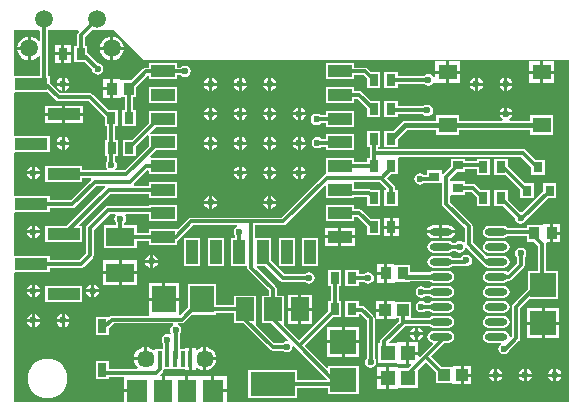
<source format=gtl>
G04 Layer_Physical_Order=1*
G04 Layer_Color=25308*
%FSLAX25Y25*%
%MOIN*%
G70*
G01*
G75*
%ADD10R,0.03150X0.03937*%
%ADD11R,0.06102X0.05118*%
%ADD12R,0.04134X0.03937*%
%ADD13R,0.07874X0.08661*%
%ADD14R,0.02756X0.04724*%
%ADD15R,0.01575X0.05315*%
%ADD16R,0.05906X0.07480*%
%ADD17R,0.09500X0.06300*%
%ADD18R,0.03740X0.04134*%
%ADD19R,0.05906X0.07874*%
%ADD20R,0.14961X0.07874*%
%ADD21R,0.08661X0.07874*%
%ADD22R,0.05118X0.05118*%
%ADD23O,0.07480X0.02362*%
%ADD24R,0.03150X0.03543*%
%ADD25R,0.03543X0.03150*%
%ADD26R,0.10827X0.03937*%
%ADD27R,0.07874X0.03937*%
%ADD28R,0.03937X0.07874*%
%ADD29C,0.01201*%
%ADD30C,0.01200*%
%ADD31C,0.01500*%
%ADD32C,0.02362*%
%ADD33C,0.05906*%
%ADD34C,0.05709*%
%ADD35R,0.07087X0.07480*%
G36*
X143701Y214567D02*
X285433D01*
Y100394D01*
X171276D01*
Y103776D01*
X166732D01*
Y104276D01*
X166232D01*
Y109016D01*
X162189D01*
Y109016D01*
X162024D01*
Y109016D01*
X158571D01*
Y104276D01*
X157571D01*
Y109016D01*
X150697D01*
Y104276D01*
X149697D01*
Y109016D01*
X149196D01*
X148989Y109516D01*
X149953Y110480D01*
X150241Y110910D01*
X150342Y111417D01*
Y111548D01*
X157465D01*
Y111248D01*
X158752D01*
Y114906D01*
Y118563D01*
X157465D01*
Y118263D01*
X155682D01*
Y123050D01*
X155687Y123053D01*
X156103Y123676D01*
X156249Y124409D01*
X156103Y125143D01*
X155687Y125766D01*
X155146Y126127D01*
X155178Y126491D01*
X155229Y126627D01*
X156299D01*
X156806Y126728D01*
X157237Y127015D01*
X159836Y129615D01*
X167629D01*
Y129974D01*
X173906D01*
Y126662D01*
X176975D01*
X185677Y117960D01*
X186107Y117673D01*
X186614Y117572D01*
X189962D01*
X189982Y117541D01*
X190605Y117126D01*
X191339Y116980D01*
X192073Y117126D01*
X192695Y117541D01*
X193111Y118164D01*
X193256Y118898D01*
X193250Y118932D01*
X193710Y119178D01*
X194338Y118551D01*
X204605Y108284D01*
X204414Y107822D01*
X194794D01*
Y111133D01*
X178434D01*
Y101859D01*
X194794D01*
Y105170D01*
X205205D01*
Y103237D01*
X215267D01*
Y112511D01*
X205205D01*
Y112087D01*
X204744Y111895D01*
X197598Y119041D01*
Y119541D01*
X206687Y128631D01*
X209558D01*
Y133968D01*
X208609D01*
Y139064D01*
X209558D01*
Y144401D01*
X205009D01*
Y139064D01*
X205958D01*
Y133968D01*
X205009D01*
Y130703D01*
X195473Y121166D01*
X190427Y126212D01*
X190267Y126662D01*
X190267D01*
X190267Y126662D01*
Y135936D01*
X187940D01*
Y138189D01*
X187839Y138696D01*
X187552Y139127D01*
X181384Y145295D01*
X181575Y145757D01*
X184259D01*
X189220Y140795D01*
X189650Y140508D01*
X190157Y140407D01*
X197442D01*
X197463Y140376D01*
X198085Y139960D01*
X198819Y139814D01*
X199553Y139960D01*
X200175Y140376D01*
X200591Y140998D01*
X200737Y141732D01*
X200591Y142466D01*
X200175Y143088D01*
X199553Y143504D01*
X198819Y143650D01*
X198085Y143504D01*
X197463Y143088D01*
X197442Y143058D01*
X190707D01*
X188393Y145372D01*
X188574Y145588D01*
X188646Y145675D01*
X188676Y145710D01*
X188694Y145732D01*
X188699Y145738D01*
X189065Y145757D01*
X189152Y145757D01*
X189168D01*
X189168D01*
X194007D01*
Y155031D01*
X188670D01*
Y146255D01*
Y146255D01*
Y146238D01*
X188670Y146151D01*
X188652Y145786D01*
X188645Y145780D01*
X188624Y145763D01*
X188588Y145733D01*
X188502Y145660D01*
X188285Y145479D01*
X186133Y147631D01*
Y155031D01*
X180853D01*
Y159304D01*
X190157D01*
X190665Y159405D01*
X191095Y159692D01*
X203956Y172554D01*
X204418Y172362D01*
Y168591D01*
X213692D01*
Y168753D01*
X218001D01*
Y165835D01*
X222550D01*
Y171172D01*
X219405D01*
X219208Y171304D01*
X218701Y171405D01*
X213692D01*
Y173871D01*
X222286D01*
X224484Y171672D01*
X224277Y171172D01*
X223906D01*
Y165835D01*
X228456D01*
Y171172D01*
X227507D01*
Y171850D01*
X227406Y172358D01*
X227119Y172788D01*
X224808Y175098D01*
X226175Y176465D01*
X228456D01*
Y181802D01*
X228817Y182139D01*
X269530D01*
X272922Y178746D01*
Y176268D01*
X277472D01*
Y181212D01*
X274207D01*
X271016Y184402D01*
X270586Y184689D01*
X270079Y184790D01*
X221602D01*
Y185422D01*
X222550D01*
Y190759D01*
X218001D01*
Y185422D01*
X218950D01*
Y183465D01*
X218989Y183268D01*
X218950Y183071D01*
Y181802D01*
X218001D01*
Y180460D01*
X213692D01*
Y181802D01*
X204418D01*
Y176465D01*
X204418Y176465D01*
X204418D01*
X204312Y176442D01*
X204217Y176422D01*
X203997Y176275D01*
X203997Y176275D01*
X203989Y176270D01*
X203787Y176134D01*
X189608Y161956D01*
X159449D01*
X158941Y161855D01*
X158511Y161567D01*
X155103Y158159D01*
X154637Y158180D01*
Y158180D01*
X154637Y158180D01*
X145363D01*
Y156838D01*
X141277D01*
Y159362D01*
X137153D01*
Y160139D01*
X137183Y160160D01*
X137599Y160782D01*
X137745Y161516D01*
X137599Y162250D01*
X137336Y162643D01*
X137603Y163143D01*
X145363D01*
Y160717D01*
X154637D01*
Y166054D01*
X145363D01*
Y165794D01*
X131791D01*
X131284Y165693D01*
X130854Y165406D01*
X124751Y159304D01*
X124464Y158873D01*
X124363Y158366D01*
Y149860D01*
X122128Y147625D01*
X112314D01*
Y148968D01*
X100394D01*
Y163277D01*
X100747Y163631D01*
X112314D01*
Y164973D01*
X119843D01*
X120350Y165074D01*
X120780Y165362D01*
X127911Y172493D01*
X130639D01*
X130846Y171993D01*
X117821Y158968D01*
X110914D01*
Y153631D01*
X123141D01*
Y158968D01*
X122224D01*
X122033Y159430D01*
X132537Y169934D01*
X145363D01*
Y168591D01*
X154637D01*
Y173928D01*
X145363D01*
Y172586D01*
X140522D01*
X140315Y173086D01*
X144863Y177634D01*
X145363Y177427D01*
Y176465D01*
X154637D01*
Y181802D01*
X145999D01*
X145792Y182302D01*
X147829Y184339D01*
X154637D01*
Y189676D01*
X145900D01*
X145693Y190176D01*
X147730Y192213D01*
X154637D01*
Y197550D01*
X145363D01*
Y193596D01*
X139671Y187905D01*
X136603D01*
Y182568D01*
X141153D01*
Y185636D01*
X144863Y189346D01*
X145363Y189139D01*
Y185624D01*
X137364Y177625D01*
X134313D01*
X134161Y178125D01*
X134230Y178171D01*
X134646Y178794D01*
X134792Y179527D01*
X134646Y180261D01*
X134230Y180884D01*
X134200Y180904D01*
Y182568D01*
X135247D01*
Y187905D01*
X134200D01*
Y192312D01*
X135149D01*
Y197649D01*
X132081D01*
X126823Y202906D01*
X126393Y203193D01*
X125886Y203294D01*
X115903D01*
X112314Y206884D01*
Y208968D01*
X111759D01*
Y224409D01*
X121880D01*
X122072Y223948D01*
X121700Y223576D01*
X121413Y223146D01*
X121312Y222639D01*
Y219204D01*
X120363D01*
Y213867D01*
X124022D01*
X126436Y211453D01*
X126428Y211417D01*
X126575Y210683D01*
X126990Y210061D01*
X127612Y209645D01*
X128347Y209499D01*
X129080Y209645D01*
X129703Y210061D01*
X130118Y210683D01*
X130264Y211417D01*
X130118Y212151D01*
X129703Y212773D01*
X129080Y213189D01*
X128347Y213335D01*
X128311Y213328D01*
X124913Y216726D01*
Y219204D01*
X123964D01*
Y222089D01*
X126284Y224410D01*
X133858D01*
X143701Y214567D01*
D02*
G37*
G36*
X114417Y201031D02*
X114847Y200744D01*
X115354Y200643D01*
X125337D01*
X130599Y195380D01*
Y192312D01*
X131548D01*
Y187905D01*
X130698D01*
Y182568D01*
X131548D01*
Y180904D01*
X131518Y180884D01*
X131102Y180261D01*
X130956Y179527D01*
X131102Y178794D01*
X131518Y178171D01*
X131587Y178125D01*
X131435Y177625D01*
X123141D01*
Y178968D01*
X110914D01*
Y173631D01*
X123141D01*
Y174973D01*
X125935D01*
X126142Y174473D01*
X119293Y167625D01*
X112314D01*
Y168968D01*
X100394D01*
Y183277D01*
X100747Y183631D01*
X112314D01*
Y188968D01*
X100394D01*
X100394Y203277D01*
X100747Y203631D01*
X111817D01*
X114417Y201031D01*
D02*
G37*
G36*
X134317Y162643D02*
X134055Y162250D01*
X133909Y161516D01*
X134055Y160782D01*
X134470Y160160D01*
X134501Y160139D01*
Y159362D01*
X130377D01*
Y151662D01*
X141277D01*
Y154186D01*
X145363D01*
Y152843D01*
X154637D01*
Y154247D01*
X154838Y154287D01*
X155268Y154574D01*
X159998Y159304D01*
X174692D01*
X174741Y159172D01*
X174775Y158804D01*
X174234Y158443D01*
X173819Y157821D01*
X173673Y157087D01*
X173819Y156353D01*
X174234Y155730D01*
X174265Y155710D01*
Y155031D01*
X172922D01*
Y145757D01*
X178202D01*
Y145276D01*
X178303Y144768D01*
X178590Y144338D01*
X185288Y137640D01*
Y135936D01*
X182961D01*
Y126662D01*
X186226D01*
X191619Y121270D01*
X191373Y120809D01*
X191339Y120816D01*
X190605Y120670D01*
X189982Y120254D01*
X189962Y120223D01*
X187163D01*
X181190Y126196D01*
X181212Y126662D01*
X181212D01*
X181212Y126662D01*
Y135936D01*
X173906D01*
Y132625D01*
X167629D01*
Y139676D01*
X158355D01*
Y131883D01*
X155831Y129359D01*
X155331Y129473D01*
X155331Y129778D01*
Y134146D01*
X145457D01*
Y129778D01*
X145457Y129315D01*
X144972Y129278D01*
X133071D01*
X132564Y129177D01*
X132409Y129074D01*
X131999Y128850D01*
X131999D01*
X131999Y128850D01*
X131999Y128850D01*
X127843D01*
Y122725D01*
X131999D01*
Y125007D01*
X133620Y126627D01*
X153433D01*
X153483Y126491D01*
X153516Y126127D01*
X152974Y125766D01*
X152559Y125143D01*
X152413Y124409D01*
X152559Y123676D01*
X152812Y123297D01*
X152451Y122937D01*
X152309Y123032D01*
X151575Y123178D01*
X150841Y123032D01*
X150219Y122616D01*
X149803Y121994D01*
X149657Y121260D01*
X149803Y120526D01*
X150219Y119904D01*
X150249Y119883D01*
Y118263D01*
X147528D01*
Y117796D01*
X147214Y117689D01*
X147028Y117664D01*
X146235Y118272D01*
X145298Y118661D01*
X144791Y118727D01*
Y114906D01*
X144291D01*
Y114406D01*
X140470D01*
X140536Y113899D01*
X140925Y112962D01*
X141542Y112157D01*
X141700Y112036D01*
X141539Y111562D01*
X131999D01*
Y114283D01*
X127843D01*
Y108158D01*
X131999D01*
Y108910D01*
X136992D01*
Y104776D01*
X141535D01*
Y103776D01*
X136992D01*
Y100394D01*
X100394D01*
X100394Y143277D01*
X100747Y143631D01*
X112314D01*
Y144973D01*
X122677D01*
X123185Y145074D01*
X123615Y145362D01*
X126627Y148373D01*
X126914Y148804D01*
X127015Y149311D01*
Y157817D01*
X132341Y163143D01*
X134050D01*
X134317Y162643D01*
D02*
G37*
G36*
X109107Y224056D02*
Y220936D01*
X108607Y220766D01*
X108331Y221127D01*
X107505Y221760D01*
X106544Y222158D01*
X106012Y222228D01*
Y218307D01*
Y214386D01*
X106544Y214456D01*
X107505Y214855D01*
X108331Y215488D01*
X108607Y215848D01*
X109107Y215679D01*
Y208968D01*
X100394D01*
Y224409D01*
X108754D01*
X109107Y224056D01*
D02*
G37*
%LPC*%
G36*
X135327Y147756D02*
X130077D01*
Y144106D01*
X135327D01*
Y147756D01*
D02*
G37*
G36*
X145801Y146850D02*
X144176D01*
X144246Y146499D01*
X144728Y145778D01*
X145450Y145296D01*
X145801Y145226D01*
Y146850D01*
D02*
G37*
G36*
X141577Y147756D02*
X136327D01*
Y144106D01*
X141577D01*
Y147756D01*
D02*
G37*
G36*
X227181Y146374D02*
X227145D01*
X227074Y146374D01*
X224811D01*
Y143307D01*
Y140240D01*
X227074D01*
X227145Y140240D01*
X227181D01*
X227557Y140540D01*
X227681Y140540D01*
X232590D01*
Y140726D01*
X238968D01*
X239408Y140433D01*
X240142Y140287D01*
X245260D01*
X245994Y140433D01*
X246616Y140849D01*
X247032Y141471D01*
X247178Y142205D01*
X247032Y142939D01*
X246616Y143561D01*
X245994Y143977D01*
X245260Y144123D01*
X240142D01*
X239408Y143977D01*
X238968Y143683D01*
X232590D01*
Y146074D01*
X227681D01*
X227557Y146074D01*
X227181Y146374D01*
D02*
G37*
G36*
X269291Y151918D02*
X268557Y151772D01*
X267935Y151356D01*
X267519Y150734D01*
X267373Y150000D01*
X267519Y149266D01*
X267935Y148644D01*
X267966Y148623D01*
Y146612D01*
X264997Y143643D01*
X264498Y143977D01*
X263764Y144123D01*
X258646D01*
X257912Y143977D01*
X257290Y143561D01*
X256874Y142939D01*
X256728Y142205D01*
X256874Y141471D01*
X257290Y140849D01*
X257912Y140433D01*
X258646Y140287D01*
X263764D01*
X264498Y140433D01*
X265120Y140849D01*
X265141Y140879D01*
X265433D01*
X265940Y140980D01*
X266370Y141268D01*
X270229Y145126D01*
X270516Y145556D01*
X270617Y146063D01*
Y148623D01*
X270648Y148644D01*
X271063Y149266D01*
X271209Y150000D01*
X271063Y150734D01*
X270648Y151356D01*
X270025Y151772D01*
X269291Y151918D01*
D02*
G37*
G36*
X223811Y146374D02*
X221441D01*
Y143807D01*
X223811D01*
Y146374D01*
D02*
G37*
G36*
X148425Y146850D02*
X146801D01*
Y145226D01*
X147152Y145296D01*
X147873Y145778D01*
X148355Y146499D01*
X148425Y146850D01*
D02*
G37*
G36*
X145801Y149475D02*
X145450Y149405D01*
X144728Y148923D01*
X144246Y148201D01*
X144176Y147850D01*
X145801D01*
Y149475D01*
D02*
G37*
G36*
X146801D02*
Y147850D01*
X148425D01*
X148355Y148201D01*
X147873Y148923D01*
X147152Y149405D01*
X146801Y149475D01*
D02*
G37*
G36*
X251181Y149556D02*
X250447Y149410D01*
X249825Y148994D01*
X249515Y148531D01*
X246636D01*
X246616Y148561D01*
X245994Y148977D01*
X245260Y149123D01*
X240142D01*
X239408Y148977D01*
X238786Y148561D01*
X238370Y147939D01*
X238224Y147205D01*
X238370Y146471D01*
X238786Y145849D01*
X239408Y145433D01*
X240142Y145287D01*
X245260D01*
X245994Y145433D01*
X246616Y145849D01*
X246636Y145879D01*
X250428D01*
X250447Y145866D01*
X251181Y145720D01*
X251915Y145866D01*
X252537Y146282D01*
X252953Y146904D01*
X253099Y147638D01*
X252953Y148372D01*
X252537Y148994D01*
X251915Y149410D01*
X251181Y149556D01*
D02*
G37*
G36*
X162511Y155031D02*
X157174D01*
Y145757D01*
X162511D01*
Y155031D01*
D02*
G37*
G36*
X170385D02*
X165048D01*
Y145757D01*
X170385D01*
Y155031D01*
D02*
G37*
G36*
X201881D02*
X196544D01*
Y145757D01*
X201881D01*
Y155031D01*
D02*
G37*
G36*
X223811Y142807D02*
X221441D01*
Y140240D01*
X223811D01*
Y142807D01*
D02*
G37*
G36*
X126116Y137008D02*
X124491D01*
X124561Y136657D01*
X125043Y135935D01*
X125765Y135453D01*
X126116Y135383D01*
Y137008D01*
D02*
G37*
G36*
X128740D02*
X127116D01*
Y135383D01*
X127467Y135453D01*
X128188Y135935D01*
X128670Y136657D01*
X128740Y137008D01*
D02*
G37*
G36*
X106431Y139632D02*
X106080Y139562D01*
X105358Y139080D01*
X104876Y138359D01*
X104806Y138008D01*
X106431D01*
Y139632D01*
D02*
G37*
G36*
X109055Y137008D02*
X107431D01*
Y135383D01*
X107782Y135453D01*
X108503Y135935D01*
X108985Y136657D01*
X109055Y137008D01*
D02*
G37*
G36*
X155331Y139976D02*
X150894D01*
Y135146D01*
X155331D01*
Y139976D01*
D02*
G37*
G36*
X263764Y139123D02*
X258646D01*
X257912Y138977D01*
X257290Y138561D01*
X256874Y137939D01*
X256728Y137205D01*
X256874Y136471D01*
X257290Y135848D01*
X257912Y135433D01*
X258646Y135287D01*
X263764D01*
X264498Y135433D01*
X265120Y135848D01*
X265536Y136471D01*
X265682Y137205D01*
X265536Y137939D01*
X265120Y138561D01*
X264498Y138977D01*
X263764Y139123D01*
D02*
G37*
G36*
X106431Y137008D02*
X104806D01*
X104876Y136657D01*
X105358Y135935D01*
X106080Y135453D01*
X106431Y135383D01*
Y137008D01*
D02*
G37*
G36*
X135327Y143106D02*
X130077D01*
Y139456D01*
X135327D01*
Y143106D01*
D02*
G37*
G36*
X141577D02*
X136327D01*
Y139456D01*
X141577D01*
Y143106D01*
D02*
G37*
G36*
X215464Y144401D02*
X210914D01*
Y139064D01*
X215464D01*
Y140407D01*
X217127D01*
X217148Y140376D01*
X217770Y139960D01*
X218504Y139814D01*
X219238Y139960D01*
X219860Y140376D01*
X220276Y140998D01*
X220422Y141732D01*
X220276Y142466D01*
X219860Y143088D01*
X219238Y143504D01*
X218504Y143650D01*
X217770Y143504D01*
X217148Y143088D01*
X217127Y143058D01*
X215464D01*
Y144401D01*
D02*
G37*
G36*
X245260Y139123D02*
X240142D01*
X239408Y138977D01*
X238786Y138561D01*
X238765Y138531D01*
X237575D01*
X236954Y138945D01*
X236221Y139091D01*
X235487Y138945D01*
X234864Y138529D01*
X234449Y137907D01*
X234302Y137173D01*
X234449Y136439D01*
X234864Y135817D01*
X235487Y135401D01*
X236221Y135255D01*
X236954Y135401D01*
X237577Y135817D01*
X237618Y135879D01*
X238765D01*
X238786Y135848D01*
X239408Y135433D01*
X240142Y135287D01*
X245260D01*
X245994Y135433D01*
X246616Y135848D01*
X247032Y136471D01*
X247178Y137205D01*
X247032Y137939D01*
X246616Y138561D01*
X245994Y138977D01*
X245260Y139123D01*
D02*
G37*
G36*
X107431Y139632D02*
Y138008D01*
X109055D01*
X108985Y138359D01*
X108503Y139080D01*
X107782Y139562D01*
X107431Y139632D01*
D02*
G37*
G36*
X126116D02*
X125765Y139562D01*
X125043Y139080D01*
X124561Y138359D01*
X124491Y138008D01*
X126116D01*
Y139632D01*
D02*
G37*
G36*
X127116D02*
Y138008D01*
X128740D01*
X128670Y138359D01*
X128188Y139080D01*
X127467Y139562D01*
X127116Y139632D01*
D02*
G37*
G36*
X242201Y159429D02*
X240142D01*
X239291Y159259D01*
X238569Y158777D01*
X238087Y158056D01*
X238017Y157705D01*
X242201D01*
Y159429D01*
D02*
G37*
G36*
X245260D02*
X243201D01*
Y157705D01*
X247384D01*
X247314Y158056D01*
X246832Y158777D01*
X246111Y159259D01*
X245260Y159429D01*
D02*
G37*
G36*
X276756Y159760D02*
X276487Y159460D01*
X271347D01*
Y158530D01*
X265141D01*
X265120Y158561D01*
X264498Y158977D01*
X263764Y159123D01*
X258646D01*
X257912Y158977D01*
X257290Y158561D01*
X256874Y157939D01*
X256728Y157205D01*
X256874Y156471D01*
X257290Y155849D01*
X257912Y155433D01*
X258646Y155287D01*
X263764D01*
X264498Y155433D01*
X265120Y155849D01*
X265141Y155879D01*
X271347D01*
Y153926D01*
X273805D01*
X275130Y152601D01*
Y144007D01*
X271741D01*
Y138182D01*
X266779Y133221D01*
X266492Y132791D01*
X266391Y132283D01*
Y122377D01*
X266153Y122202D01*
X266149Y122202D01*
X265638Y122426D01*
X265536Y122939D01*
X265120Y123561D01*
X264498Y123977D01*
X263764Y124123D01*
X258646D01*
X257912Y123977D01*
X257290Y123561D01*
X256874Y122939D01*
X256728Y122205D01*
X256874Y121471D01*
X257290Y120849D01*
X257912Y120433D01*
X258646Y120287D01*
X262604D01*
X262755Y119787D01*
X262423Y119565D01*
X262008Y118943D01*
X261862Y118209D01*
X262008Y117475D01*
X262423Y116852D01*
X263046Y116437D01*
X263779Y116291D01*
X264513Y116437D01*
X265136Y116852D01*
X265551Y117475D01*
X265586Y117649D01*
X268654Y120716D01*
X268941Y121146D01*
X269042Y121653D01*
Y131734D01*
X272041Y134733D01*
X281802D01*
Y144007D01*
X277781D01*
Y153150D01*
X277764Y153240D01*
X278081Y153626D01*
X279126D01*
Y156693D01*
Y159760D01*
X276756D01*
Y159760D01*
D02*
G37*
G36*
X107431Y159317D02*
Y157693D01*
X109055D01*
X108985Y158044D01*
X108503Y158765D01*
X107782Y159248D01*
X107431Y159317D01*
D02*
G37*
G36*
X282496Y159760D02*
X280126D01*
Y157193D01*
X282496D01*
Y159760D01*
D02*
G37*
G36*
X165486Y169160D02*
X165135Y169090D01*
X164413Y168608D01*
X163931Y167886D01*
X163862Y167535D01*
X165486D01*
Y169160D01*
D02*
G37*
G36*
X106431Y159317D02*
X106080Y159248D01*
X105358Y158765D01*
X104876Y158044D01*
X104806Y157693D01*
X106431D01*
Y159317D01*
D02*
G37*
G36*
X168110Y166535D02*
X166486D01*
Y164911D01*
X166837Y164981D01*
X167558Y165463D01*
X168040Y166184D01*
X168110Y166535D01*
D02*
G37*
G36*
X185171D02*
X183546D01*
X183616Y166184D01*
X184098Y165463D01*
X184820Y164981D01*
X185171Y164911D01*
Y166535D01*
D02*
G37*
G36*
X187795D02*
X186171D01*
Y164911D01*
X186522Y164981D01*
X187243Y165463D01*
X187725Y166184D01*
X187795Y166535D01*
D02*
G37*
G36*
X165486D02*
X163862D01*
X163931Y166184D01*
X164413Y165463D01*
X165135Y164981D01*
X165486Y164911D01*
Y166535D01*
D02*
G37*
G36*
X225681Y161630D02*
X223606D01*
Y159161D01*
X225681D01*
Y161630D01*
D02*
G37*
G36*
X228756D02*
X226681D01*
Y159161D01*
X228756D01*
Y161630D01*
D02*
G37*
G36*
X281212Y173338D02*
X276662D01*
Y170466D01*
X269820Y163624D01*
X269291Y163729D01*
X269255Y163722D01*
X265070Y167907D01*
Y171172D01*
X260521D01*
Y165835D01*
X263392D01*
X267381Y161847D01*
X267373Y161811D01*
X267519Y161077D01*
X267935Y160455D01*
X268557Y160039D01*
X269291Y159893D01*
X270025Y160039D01*
X270648Y160455D01*
X271063Y161077D01*
X271073Y161128D01*
X278340Y168394D01*
X281212D01*
Y173338D01*
D02*
G37*
G36*
X242201Y156705D02*
X238017D01*
X238087Y156354D01*
X238569Y155632D01*
X239291Y155150D01*
X240142Y154981D01*
X242201D01*
Y156705D01*
D02*
G37*
G36*
X247384D02*
X243201D01*
Y154981D01*
X245260D01*
X246111Y155150D01*
X246832Y155632D01*
X247314Y156354D01*
X247384Y156705D01*
D02*
G37*
G36*
X106431Y156693D02*
X104806D01*
X104876Y156342D01*
X105358Y155620D01*
X106080Y155138D01*
X106431Y155069D01*
Y156693D01*
D02*
G37*
G36*
X282496Y156193D02*
X280126D01*
Y153626D01*
X282496D01*
Y156193D01*
D02*
G37*
G36*
X263764Y154123D02*
X258646D01*
X257912Y153977D01*
X257290Y153561D01*
X256874Y152939D01*
X256728Y152205D01*
X256874Y151471D01*
X257290Y150848D01*
X257912Y150433D01*
X258646Y150287D01*
X263764D01*
X264498Y150433D01*
X265120Y150848D01*
X265536Y151471D01*
X265682Y152205D01*
X265536Y152939D01*
X265120Y153561D01*
X264498Y153977D01*
X263764Y154123D01*
D02*
G37*
G36*
X208555Y155012D02*
X204118D01*
Y152543D01*
X208555D01*
Y155012D01*
D02*
G37*
G36*
X213992D02*
X209555D01*
Y152543D01*
X213992D01*
Y155012D01*
D02*
G37*
G36*
X213692Y166054D02*
X204418D01*
Y160717D01*
X213692D01*
Y162060D01*
X215002D01*
X218001Y159061D01*
Y155993D01*
X222550D01*
Y161330D01*
X219482D01*
X216489Y164323D01*
X216059Y164611D01*
X215551Y164712D01*
X213692D01*
Y166054D01*
D02*
G37*
G36*
X208555Y158480D02*
X204118D01*
Y156012D01*
X208555D01*
Y158480D01*
D02*
G37*
G36*
X213992D02*
X209555D01*
Y156012D01*
X213992D01*
Y158480D01*
D02*
G37*
G36*
X228756Y158161D02*
X226681D01*
Y155693D01*
X228756D01*
Y158161D01*
D02*
G37*
G36*
X109055Y156693D02*
X107431D01*
Y155069D01*
X107782Y155138D01*
X108503Y155620D01*
X108985Y156342D01*
X109055Y156693D01*
D02*
G37*
G36*
X166486Y169160D02*
Y167535D01*
X168110D01*
X168040Y167886D01*
X167558Y168608D01*
X166837Y169090D01*
X166486Y169160D01*
D02*
G37*
G36*
X225681Y158161D02*
X223606D01*
Y155693D01*
X225681D01*
Y158161D01*
D02*
G37*
G36*
X167798Y114406D02*
X164476D01*
Y111084D01*
X164982Y111150D01*
X165920Y111539D01*
X166725Y112157D01*
X167343Y112962D01*
X167731Y113899D01*
X167798Y114406D01*
D02*
G37*
G36*
X215464Y133968D02*
X210914D01*
Y128631D01*
X215464D01*
Y129777D01*
X215986D01*
X217965Y127798D01*
Y115157D01*
X217935Y115136D01*
X217519Y114514D01*
X217373Y113780D01*
X217519Y113046D01*
X217935Y112424D01*
X218557Y112008D01*
X219291Y111862D01*
X220025Y112008D01*
X220647Y112424D01*
X221063Y113046D01*
X221209Y113780D01*
X221063Y114514D01*
X220647Y115136D01*
X220616Y115157D01*
Y128347D01*
X220515Y128854D01*
X220228Y129284D01*
X217473Y132040D01*
X217043Y132327D01*
X216535Y132428D01*
X215464D01*
Y133968D01*
D02*
G37*
G36*
X143791Y118727D02*
X143285Y118661D01*
X142348Y118272D01*
X141542Y117654D01*
X140925Y116849D01*
X140536Y115912D01*
X140470Y115405D01*
X143791D01*
Y118727D01*
D02*
G37*
G36*
X281209Y111573D02*
Y109949D01*
X282833D01*
X282763Y110300D01*
X282281Y111021D01*
X281560Y111503D01*
X281209Y111573D01*
D02*
G37*
G36*
X270366D02*
X270015Y111503D01*
X269294Y111021D01*
X268812Y110300D01*
X268742Y109949D01*
X270366D01*
Y111573D01*
D02*
G37*
G36*
X271366D02*
Y109949D01*
X272990D01*
X272921Y110300D01*
X272439Y111021D01*
X271717Y111503D01*
X271366Y111573D01*
D02*
G37*
G36*
X280209D02*
X279858Y111503D01*
X279136Y111021D01*
X278654Y110300D01*
X278584Y109949D01*
X280209D01*
Y111573D01*
D02*
G37*
G36*
X235252Y120291D02*
X232193D01*
Y117232D01*
X235252D01*
Y120291D01*
D02*
G37*
G36*
X163476Y118727D02*
X162970Y118661D01*
X162033Y118272D01*
X161539Y117894D01*
X161039Y118140D01*
Y118563D01*
X159752D01*
Y114906D01*
Y111248D01*
X161039D01*
Y111671D01*
X161539Y111917D01*
X162033Y111539D01*
X162970Y111150D01*
X163476Y111084D01*
Y114906D01*
Y118727D01*
D02*
G37*
G36*
X209736Y125409D02*
X204906D01*
Y120972D01*
X209736D01*
Y125409D01*
D02*
G37*
G36*
X245260Y124123D02*
X240142D01*
X239408Y123977D01*
X238786Y123561D01*
X238370Y122939D01*
X238224Y122205D01*
X238370Y121471D01*
X238786Y120849D01*
X239408Y120433D01*
X239817Y120352D01*
X239981Y119809D01*
X235714Y115542D01*
X235252Y115733D01*
Y116232D01*
X232193D01*
Y113173D01*
X232692D01*
X232884Y112711D01*
X231896Y111724D01*
X228559D01*
Y112024D01*
X225500D01*
Y108465D01*
Y104905D01*
X228559D01*
Y105206D01*
X234952D01*
Y111030D01*
X237697Y113775D01*
X241131Y110341D01*
Y106780D01*
X246236D01*
X246360D01*
X246736Y106480D01*
X246736D01*
X246921D01*
X247040Y106480D01*
X249303D01*
Y109449D01*
Y112417D01*
X247040D01*
X246921Y112417D01*
X246736D01*
X246736D01*
X246360Y112117D01*
X246236D01*
X243104D01*
X239572Y115650D01*
X243638Y119716D01*
X243926Y120146D01*
X243954Y120287D01*
X245260D01*
X245994Y120433D01*
X246616Y120849D01*
X247032Y121471D01*
X247178Y122205D01*
X247032Y122939D01*
X246616Y123561D01*
X245994Y123977D01*
X245260Y124123D01*
D02*
G37*
G36*
X164476Y118727D02*
Y115405D01*
X167798D01*
X167731Y115912D01*
X167343Y116849D01*
X166725Y117654D01*
X165920Y118272D01*
X164982Y118661D01*
X164476Y118727D01*
D02*
G37*
G36*
X209736Y119972D02*
X204906D01*
Y115535D01*
X209736D01*
Y119972D01*
D02*
G37*
G36*
X215567D02*
X210736D01*
Y115535D01*
X215567D01*
Y119972D01*
D02*
G37*
G36*
X260524Y108949D02*
X258899D01*
X258969Y108598D01*
X259451Y107876D01*
X260173Y107394D01*
X260524Y107325D01*
Y108949D01*
D02*
G37*
G36*
X263148D02*
X261524D01*
Y107325D01*
X261875Y107394D01*
X262596Y107876D01*
X263078Y108598D01*
X263148Y108949D01*
D02*
G37*
G36*
X270366D02*
X268742D01*
X268812Y108598D01*
X269294Y107876D01*
X270015Y107394D01*
X270366Y107325D01*
Y108949D01*
D02*
G37*
G36*
X252870Y108949D02*
X250303D01*
Y106480D01*
X252870D01*
Y108949D01*
D02*
G37*
G36*
X111614Y114905D02*
X110319Y114778D01*
X109074Y114400D01*
X107927Y113787D01*
X106921Y112961D01*
X106095Y111955D01*
X105482Y110808D01*
X105104Y109563D01*
X104977Y108268D01*
X105104Y106973D01*
X105482Y105728D01*
X106095Y104580D01*
X106921Y103574D01*
X107927Y102749D01*
X109074Y102136D01*
X110319Y101758D01*
X111614Y101630D01*
X112909Y101758D01*
X114154Y102136D01*
X115302Y102749D01*
X116308Y103574D01*
X117133Y104580D01*
X117746Y105728D01*
X118124Y106973D01*
X118252Y108268D01*
X118124Y109563D01*
X117746Y110808D01*
X117133Y111955D01*
X116308Y112961D01*
X115302Y113787D01*
X114154Y114400D01*
X112909Y114778D01*
X111614Y114905D01*
D02*
G37*
G36*
X171276Y109016D02*
X167232D01*
Y104776D01*
X171276D01*
Y109016D01*
D02*
G37*
G36*
X224500Y107965D02*
X221441D01*
Y104905D01*
X224500D01*
Y107965D01*
D02*
G37*
G36*
X250303Y112417D02*
Y109949D01*
X252870D01*
Y112417D01*
X250303D01*
D02*
G37*
G36*
X260524Y111573D02*
X260173Y111503D01*
X259451Y111021D01*
X258969Y110300D01*
X258899Y109949D01*
X260524D01*
Y111573D01*
D02*
G37*
G36*
X261524D02*
Y109949D01*
X263148D01*
X263078Y110300D01*
X262596Y111021D01*
X261875Y111503D01*
X261524Y111573D01*
D02*
G37*
G36*
X224500Y112024D02*
X221441D01*
Y108965D01*
X224500D01*
Y112024D01*
D02*
G37*
G36*
X272990Y108949D02*
X271366D01*
Y107325D01*
X271717Y107394D01*
X272439Y107876D01*
X272921Y108598D01*
X272990Y108949D01*
D02*
G37*
G36*
X280209D02*
X278584D01*
X278654Y108598D01*
X279136Y107876D01*
X279858Y107394D01*
X280209Y107325D01*
Y108949D01*
D02*
G37*
G36*
X282833D02*
X281209D01*
Y107325D01*
X281560Y107394D01*
X282281Y107876D01*
X282763Y108598D01*
X282833Y108949D01*
D02*
G37*
G36*
X215567Y125409D02*
X210736D01*
Y120972D01*
X215567D01*
Y125409D01*
D02*
G37*
G36*
X107431Y129790D02*
Y128165D01*
X109055D01*
X108985Y128516D01*
X108503Y129238D01*
X107782Y129720D01*
X107431Y129790D01*
D02*
G37*
G36*
X116273D02*
X115922Y129720D01*
X115201Y129238D01*
X114719Y128516D01*
X114649Y128165D01*
X116273D01*
Y129790D01*
D02*
G37*
G36*
X117273D02*
Y128165D01*
X118898D01*
X118828Y128516D01*
X118346Y129238D01*
X117624Y129720D01*
X117273Y129790D01*
D02*
G37*
G36*
X106431D02*
X106080Y129720D01*
X105358Y129238D01*
X104876Y128516D01*
X104806Y128165D01*
X106431D01*
Y129790D01*
D02*
G37*
G36*
X276272Y131709D02*
X271441D01*
Y127272D01*
X276272D01*
Y131709D01*
D02*
G37*
G36*
X282102D02*
X277272D01*
Y127272D01*
X282102D01*
Y131709D01*
D02*
G37*
G36*
X223713Y130602D02*
X221146D01*
Y128134D01*
X223713D01*
Y130602D01*
D02*
G37*
G36*
X199622Y136236D02*
X196169D01*
Y131799D01*
X199622D01*
Y136236D01*
D02*
G37*
G36*
X123141Y138968D02*
X110914D01*
Y133631D01*
X123141D01*
Y138968D01*
D02*
G37*
G36*
X149894Y139976D02*
X145457D01*
Y135146D01*
X149894D01*
Y139976D01*
D02*
G37*
G36*
X195169Y136236D02*
X191717D01*
Y131799D01*
X195169D01*
Y136236D01*
D02*
G37*
G36*
X236221Y134154D02*
X235487Y134008D01*
X234864Y133592D01*
X234449Y132970D01*
X234302Y132236D01*
X234449Y131502D01*
X234864Y130880D01*
X235487Y130464D01*
X236221Y130318D01*
X236954Y130464D01*
X237575Y130879D01*
X238765D01*
X238786Y130849D01*
X239408Y130433D01*
X240142Y130287D01*
X245260D01*
X245994Y130433D01*
X246616Y130849D01*
X247032Y131471D01*
X247178Y132205D01*
X247032Y132939D01*
X246616Y133561D01*
X245994Y133977D01*
X245260Y134123D01*
X240142D01*
X239408Y133977D01*
X238786Y133561D01*
X238765Y133531D01*
X237618D01*
X237577Y133592D01*
X236954Y134008D01*
X236221Y134154D01*
D02*
G37*
G36*
X263764Y134123D02*
X258646D01*
X257912Y133977D01*
X257290Y133561D01*
X256874Y132939D01*
X256728Y132205D01*
X256874Y131471D01*
X257290Y130849D01*
X257912Y130433D01*
X258646Y130287D01*
X263764D01*
X264498Y130433D01*
X265120Y130849D01*
X265536Y131471D01*
X265682Y132205D01*
X265536Y132939D01*
X265120Y133561D01*
X264498Y133977D01*
X263764Y134123D01*
D02*
G37*
G36*
X223713Y134071D02*
X221146D01*
Y131602D01*
X223713D01*
Y134071D01*
D02*
G37*
G36*
X234146Y125353D02*
X233795Y125283D01*
X233073Y124801D01*
X232591Y124079D01*
X232521Y123728D01*
X234146D01*
Y125353D01*
D02*
G37*
G36*
X235146D02*
Y123728D01*
X236770D01*
X236700Y124079D01*
X236218Y124801D01*
X235497Y125283D01*
X235146Y125353D01*
D02*
G37*
G36*
X227279Y134071D02*
X227095D01*
X226975Y134071D01*
X224713D01*
Y131102D01*
Y128134D01*
X226975D01*
X227095Y128134D01*
X227279D01*
X227279D01*
X227655Y128434D01*
X227780D01*
X228793D01*
Y127517D01*
X222882Y121607D01*
X222594Y121177D01*
X222493Y120669D01*
Y119991D01*
X221741D01*
Y113473D01*
X228134D01*
Y113173D01*
X231193D01*
Y116732D01*
Y120291D01*
X228134D01*
Y119991D01*
X225723D01*
X225515Y120491D01*
X230903Y125879D01*
X234230D01*
X234231Y125867D01*
X235060D01*
X235062Y125879D01*
X238765D01*
X238786Y125848D01*
X239408Y125433D01*
X240142Y125287D01*
X245260D01*
X245994Y125433D01*
X246616Y125848D01*
X247032Y126471D01*
X247178Y127205D01*
X247032Y127939D01*
X246616Y128561D01*
X245994Y128977D01*
X245260Y129123D01*
X240142D01*
X239408Y128977D01*
X238786Y128561D01*
X238765Y128530D01*
X232885D01*
Y133771D01*
X227780D01*
X227655D01*
X227279Y134071D01*
X227279D01*
D02*
G37*
G36*
X282102Y126272D02*
X277272D01*
Y121835D01*
X282102D01*
Y126272D01*
D02*
G37*
G36*
X234146Y122728D02*
X232521D01*
X232591Y122377D01*
X233073Y121656D01*
X233795Y121174D01*
X234146Y121104D01*
Y122728D01*
D02*
G37*
G36*
X236770D02*
X235146D01*
Y121104D01*
X235497Y121174D01*
X236218Y121656D01*
X236700Y122377D01*
X236770Y122728D01*
D02*
G37*
G36*
X276272Y126272D02*
X271441D01*
Y121835D01*
X276272D01*
Y126272D01*
D02*
G37*
G36*
X118898Y127165D02*
X117273D01*
Y125541D01*
X117624Y125611D01*
X118346Y126093D01*
X118828Y126814D01*
X118898Y127165D01*
D02*
G37*
G36*
X195169Y130799D02*
X191717D01*
Y126362D01*
X195169D01*
Y130799D01*
D02*
G37*
G36*
X199622D02*
X196169D01*
Y126362D01*
X199622D01*
Y130799D01*
D02*
G37*
G36*
X116273Y127165D02*
X114649D01*
X114719Y126814D01*
X115201Y126093D01*
X115922Y125611D01*
X116273Y125541D01*
Y127165D01*
D02*
G37*
G36*
X263764Y129123D02*
X258646D01*
X257912Y128977D01*
X257290Y128561D01*
X256874Y127939D01*
X256728Y127205D01*
X256874Y126471D01*
X257290Y125848D01*
X257912Y125433D01*
X258646Y125287D01*
X263764D01*
X264498Y125433D01*
X265120Y125848D01*
X265536Y126471D01*
X265682Y127205D01*
X265536Y127939D01*
X265120Y128561D01*
X264498Y128977D01*
X263764Y129123D01*
D02*
G37*
G36*
X106431Y127165D02*
X104806D01*
X104876Y126814D01*
X105358Y126093D01*
X106080Y125611D01*
X106431Y125541D01*
Y127165D01*
D02*
G37*
G36*
X109055D02*
X107431D01*
Y125541D01*
X107782Y125611D01*
X108503Y126093D01*
X108985Y126814D01*
X109055Y127165D01*
D02*
G37*
G36*
X185171Y205906D02*
X183546D01*
X183616Y205555D01*
X184098Y204833D01*
X184820Y204351D01*
X185171Y204281D01*
Y205906D01*
D02*
G37*
G36*
X187795D02*
X186171D01*
Y204281D01*
X186522Y204351D01*
X187243Y204833D01*
X187725Y205555D01*
X187795Y205906D01*
D02*
G37*
G36*
X254068D02*
X252444D01*
X252514Y205555D01*
X252996Y204833D01*
X253717Y204351D01*
X254068Y204281D01*
Y205906D01*
D02*
G37*
G36*
X177953D02*
X176328D01*
Y204281D01*
X176679Y204351D01*
X177401Y204833D01*
X177883Y205555D01*
X177953Y205906D01*
D02*
G37*
G36*
X165486D02*
X163862D01*
X163931Y205555D01*
X164413Y204833D01*
X165135Y204351D01*
X165486Y204281D01*
Y205906D01*
D02*
G37*
G36*
X168110D02*
X166486D01*
Y204281D01*
X166837Y204351D01*
X167558Y204833D01*
X168040Y205555D01*
X168110Y205906D01*
D02*
G37*
G36*
X175328D02*
X173704D01*
X173774Y205555D01*
X174256Y204833D01*
X174977Y204351D01*
X175328Y204281D01*
Y205906D01*
D02*
G37*
G36*
X132472Y207988D02*
X130102D01*
Y205421D01*
X132472D01*
Y207988D01*
D02*
G37*
G36*
X228456Y210542D02*
X223906D01*
Y205205D01*
X228456D01*
Y206548D01*
X237206D01*
X237227Y206518D01*
X237849Y206102D01*
X238583Y205956D01*
X239317Y206102D01*
X239939Y206518D01*
X240355Y207140D01*
X240429Y207515D01*
X240929Y207465D01*
Y206874D01*
X244480D01*
Y209933D01*
X240929D01*
Y208283D01*
X240429Y208233D01*
X240355Y208608D01*
X239939Y209230D01*
X239317Y209646D01*
X238583Y209792D01*
X237849Y209646D01*
X237227Y209230D01*
X237206Y209200D01*
X228456D01*
Y210542D01*
D02*
G37*
G36*
X249031Y209933D02*
X245480D01*
Y206874D01*
X249031D01*
Y209933D01*
D02*
G37*
G36*
X213692Y213299D02*
X204418D01*
Y207962D01*
X213692D01*
Y209304D01*
X216970D01*
X218001Y208274D01*
Y205205D01*
X222550D01*
Y210542D01*
X219482D01*
X218457Y211567D01*
X218027Y211855D01*
X217520Y211956D01*
X213692D01*
Y213299D01*
D02*
G37*
G36*
X256693Y205906D02*
X255068D01*
Y204281D01*
X255420Y204351D01*
X256141Y204833D01*
X256623Y205555D01*
X256693Y205906D01*
D02*
G37*
G36*
X263911D02*
X262287D01*
X262356Y205555D01*
X262839Y204833D01*
X263560Y204351D01*
X263911Y204281D01*
Y205906D01*
D02*
G37*
G36*
X266535D02*
X264911D01*
Y204281D01*
X265262Y204351D01*
X265984Y204833D01*
X266466Y205555D01*
X266535Y205906D01*
D02*
G37*
G36*
X185171Y198687D02*
X184820Y198617D01*
X184098Y198135D01*
X183616Y197414D01*
X183546Y197063D01*
X185171D01*
Y198687D01*
D02*
G37*
G36*
X186171D02*
Y197063D01*
X187795D01*
X187725Y197414D01*
X187243Y198135D01*
X186522Y198617D01*
X186171Y198687D01*
D02*
G37*
G36*
X195013D02*
X194662Y198617D01*
X193941Y198135D01*
X193459Y197414D01*
X193389Y197063D01*
X195013D01*
Y198687D01*
D02*
G37*
G36*
X176328D02*
Y197063D01*
X177953D01*
X177883Y197414D01*
X177401Y198135D01*
X176679Y198617D01*
X176328Y198687D01*
D02*
G37*
G36*
X165486D02*
X165135Y198617D01*
X164413Y198135D01*
X163931Y197414D01*
X163862Y197063D01*
X165486D01*
Y198687D01*
D02*
G37*
G36*
X166486D02*
Y197063D01*
X168110D01*
X168040Y197414D01*
X167558Y198135D01*
X166837Y198617D01*
X166486Y198687D01*
D02*
G37*
G36*
X175328D02*
X174977Y198617D01*
X174256Y198135D01*
X173774Y197414D01*
X173704Y197063D01*
X175328D01*
Y198687D01*
D02*
G37*
G36*
X132472Y204421D02*
X130102D01*
Y201854D01*
X132472D01*
Y204421D01*
D02*
G37*
G36*
X116273Y205906D02*
X114649D01*
X114719Y205555D01*
X115201Y204833D01*
X115922Y204351D01*
X116273Y204281D01*
Y205906D01*
D02*
G37*
G36*
X118898D02*
X117273D01*
Y204281D01*
X117624Y204351D01*
X118346Y204833D01*
X118828Y205555D01*
X118898Y205906D01*
D02*
G37*
G36*
X154637Y205424D02*
X145363D01*
Y200087D01*
X154637D01*
Y205424D01*
D02*
G37*
G36*
X196013Y198687D02*
Y197063D01*
X197638D01*
X197568Y197414D01*
X197086Y198135D01*
X196364Y198617D01*
X196013Y198687D01*
D02*
G37*
G36*
X263911D02*
X263560Y198617D01*
X262839Y198135D01*
X262356Y197414D01*
X262287Y197063D01*
X263911D01*
Y198687D01*
D02*
G37*
G36*
X264911D02*
Y197063D01*
X266535D01*
X266466Y197414D01*
X265984Y198135D01*
X265262Y198617D01*
X264911Y198687D01*
D02*
G37*
G36*
X275780Y209933D02*
X272228D01*
Y206874D01*
X275780D01*
Y209933D01*
D02*
G37*
G36*
X116232Y216035D02*
X114157D01*
Y213567D01*
X116232D01*
Y216035D01*
D02*
G37*
G36*
X119307D02*
X117232D01*
Y213567D01*
X119307D01*
Y216035D01*
D02*
G37*
G36*
X105012Y217807D02*
X101591D01*
X101661Y217276D01*
X102059Y216314D01*
X102693Y215488D01*
X103518Y214855D01*
X104480Y214456D01*
X105012Y214386D01*
Y217807D01*
D02*
G37*
G36*
X280331Y213992D02*
X276780D01*
Y210933D01*
X280331D01*
Y213992D01*
D02*
G37*
G36*
X244480D02*
X240929D01*
Y210933D01*
X244480D01*
Y213992D01*
D02*
G37*
G36*
X249031D02*
X245480D01*
Y210933D01*
X249031D01*
Y213992D01*
D02*
G37*
G36*
X275780D02*
X272228D01*
Y210933D01*
X275780D01*
Y213992D01*
D02*
G37*
G36*
X105012Y222228D02*
X104480Y222158D01*
X103518Y221760D01*
X102693Y221127D01*
X102059Y220301D01*
X101661Y219339D01*
X101591Y218807D01*
X105012D01*
Y222228D01*
D02*
G37*
G36*
X132571D02*
X132039Y222158D01*
X131077Y221760D01*
X130252Y221127D01*
X129618Y220301D01*
X129220Y219339D01*
X129150Y218807D01*
X132571D01*
Y222228D01*
D02*
G37*
G36*
X133571D02*
Y218807D01*
X136992D01*
X136922Y219339D01*
X136524Y220301D01*
X135890Y221127D01*
X135064Y221760D01*
X134103Y222158D01*
X133571Y222228D01*
D02*
G37*
G36*
X119307Y219504D02*
X117232D01*
Y217035D01*
X119307D01*
Y219504D01*
D02*
G37*
G36*
X132571Y217807D02*
X129150D01*
X129220Y217276D01*
X129618Y216314D01*
X130252Y215488D01*
X131077Y214855D01*
X132039Y214456D01*
X132571Y214386D01*
Y217807D01*
D02*
G37*
G36*
X136992D02*
X133571D01*
Y214386D01*
X134103Y214456D01*
X135064Y214855D01*
X135890Y215488D01*
X136524Y216314D01*
X136922Y217276D01*
X136992Y217807D01*
D02*
G37*
G36*
X116232Y219504D02*
X114157D01*
Y217035D01*
X116232D01*
Y219504D01*
D02*
G37*
G36*
X166486Y208530D02*
Y206906D01*
X168110D01*
X168040Y207257D01*
X167558Y207978D01*
X166837Y208460D01*
X166486Y208530D01*
D02*
G37*
G36*
X175328D02*
X174977Y208460D01*
X174256Y207978D01*
X173774Y207257D01*
X173704Y206906D01*
X175328D01*
Y208530D01*
D02*
G37*
G36*
X176328D02*
Y206906D01*
X177953D01*
X177883Y207257D01*
X177401Y207978D01*
X176679Y208460D01*
X176328Y208530D01*
D02*
G37*
G36*
X165486D02*
X165135Y208460D01*
X164413Y207978D01*
X163931Y207257D01*
X163862Y206906D01*
X165486D01*
Y208530D01*
D02*
G37*
G36*
X280331Y209933D02*
X276780D01*
Y206874D01*
X280331D01*
Y209933D01*
D02*
G37*
G36*
X116273Y208530D02*
X115922Y208460D01*
X115201Y207978D01*
X114719Y207257D01*
X114649Y206906D01*
X116273D01*
Y208530D01*
D02*
G37*
G36*
X117273D02*
Y206906D01*
X118898D01*
X118828Y207257D01*
X118346Y207978D01*
X117624Y208460D01*
X117273Y208530D01*
D02*
G37*
G36*
X263911D02*
X263560Y208460D01*
X262839Y207978D01*
X262356Y207257D01*
X262287Y206906D01*
X263911D01*
Y208530D01*
D02*
G37*
G36*
X264911D02*
Y206906D01*
X266535D01*
X266466Y207257D01*
X265984Y207978D01*
X265262Y208460D01*
X264911Y208530D01*
D02*
G37*
G36*
X154637Y213299D02*
X145363D01*
Y211955D01*
X144390D01*
X143883Y211855D01*
X143453Y211567D01*
X139574Y207688D01*
X136343D01*
X136218Y207688D01*
X135843Y207988D01*
X135806D01*
X135735Y207988D01*
X133472D01*
Y204921D01*
Y201854D01*
X135735D01*
X135806Y201854D01*
X135843D01*
X136218Y202154D01*
X136343Y202154D01*
X137356D01*
Y197649D01*
X136505D01*
Y192312D01*
X141054D01*
Y197649D01*
X140007D01*
Y202154D01*
X141251D01*
Y205617D01*
X144863Y209229D01*
X145363Y209121D01*
Y207962D01*
X154637D01*
Y209304D01*
X156104D01*
X156124Y209274D01*
X156746Y208858D01*
X157480Y208712D01*
X158214Y208858D01*
X158837Y209274D01*
X159252Y209896D01*
X159398Y210630D01*
X159252Y211364D01*
X158837Y211986D01*
X158214Y212402D01*
X157480Y212548D01*
X156746Y212402D01*
X156124Y211986D01*
X156104Y211955D01*
X154637D01*
Y213299D01*
D02*
G37*
G36*
X255068Y208530D02*
Y206906D01*
X256693D01*
X256623Y207257D01*
X256141Y207978D01*
X255420Y208460D01*
X255068Y208530D01*
D02*
G37*
G36*
X185171D02*
X184820Y208460D01*
X184098Y207978D01*
X183616Y207257D01*
X183546Y206906D01*
X185171D01*
Y208530D01*
D02*
G37*
G36*
X186171D02*
Y206906D01*
X187795D01*
X187725Y207257D01*
X187243Y207978D01*
X186522Y208460D01*
X186171Y208530D01*
D02*
G37*
G36*
X254068D02*
X253717Y208460D01*
X252996Y207978D01*
X252514Y207257D01*
X252444Y206906D01*
X254068D01*
Y208530D01*
D02*
G37*
G36*
X195013Y179002D02*
X194662Y178932D01*
X193941Y178450D01*
X193459Y177729D01*
X193389Y177378D01*
X195013D01*
Y179002D01*
D02*
G37*
G36*
X196013D02*
Y177378D01*
X197638D01*
X197568Y177729D01*
X197086Y178450D01*
X196364Y178932D01*
X196013Y179002D01*
D02*
G37*
G36*
X116273Y186221D02*
X114649D01*
X114719Y185870D01*
X115201Y185148D01*
X115922Y184666D01*
X116273Y184596D01*
Y186221D01*
D02*
G37*
G36*
X186171Y179002D02*
Y177378D01*
X187795D01*
X187725Y177729D01*
X187243Y178450D01*
X186522Y178932D01*
X186171Y179002D01*
D02*
G37*
G36*
X175328D02*
X174977Y178932D01*
X174256Y178450D01*
X173774Y177729D01*
X173704Y177378D01*
X175328D01*
Y179002D01*
D02*
G37*
G36*
X176328D02*
Y177378D01*
X177953D01*
X177883Y177729D01*
X177401Y178450D01*
X176679Y178932D01*
X176328Y179002D01*
D02*
G37*
G36*
X185171D02*
X184820Y178932D01*
X184098Y178450D01*
X183616Y177729D01*
X183546Y177378D01*
X185171D01*
Y179002D01*
D02*
G37*
G36*
X177953Y186221D02*
X176328D01*
Y184596D01*
X176679Y184666D01*
X177401Y185148D01*
X177883Y185870D01*
X177953Y186221D01*
D02*
G37*
G36*
X185171D02*
X183546D01*
X183616Y185870D01*
X184098Y185148D01*
X184820Y184666D01*
X185171Y184596D01*
Y186221D01*
D02*
G37*
G36*
X187795D02*
X186171D01*
Y184596D01*
X186522Y184666D01*
X187243Y185148D01*
X187725Y185870D01*
X187795Y186221D01*
D02*
G37*
G36*
X175328D02*
X173704D01*
X173774Y185870D01*
X174256Y185148D01*
X174977Y184666D01*
X175328Y184596D01*
Y186221D01*
D02*
G37*
G36*
X118898D02*
X117273D01*
Y184596D01*
X117624Y184666D01*
X118346Y185148D01*
X118828Y185870D01*
X118898Y186221D01*
D02*
G37*
G36*
X165486D02*
X163862D01*
X163931Y185870D01*
X164413Y185148D01*
X165135Y184666D01*
X165486Y184596D01*
Y186221D01*
D02*
G37*
G36*
X168110D02*
X166486D01*
Y184596D01*
X166837Y184666D01*
X167558Y185148D01*
X168040Y185870D01*
X168110Y186221D01*
D02*
G37*
G36*
X109055Y176378D02*
X107431D01*
Y174754D01*
X107782Y174823D01*
X108503Y175305D01*
X108985Y176027D01*
X109055Y176378D01*
D02*
G37*
G36*
X175328D02*
X173704D01*
X173774Y176027D01*
X174256Y175305D01*
X174977Y174823D01*
X175328Y174754D01*
Y176378D01*
D02*
G37*
G36*
X177953D02*
X176328D01*
Y174754D01*
X176679Y174823D01*
X177401Y175305D01*
X177883Y176027D01*
X177953Y176378D01*
D02*
G37*
G36*
X106431D02*
X104806D01*
X104876Y176027D01*
X105358Y175305D01*
X106080Y174823D01*
X106431Y174754D01*
Y176378D01*
D02*
G37*
G36*
X185171Y169160D02*
X184820Y169090D01*
X184098Y168608D01*
X183616Y167886D01*
X183546Y167535D01*
X185171D01*
Y169160D01*
D02*
G37*
G36*
X186171D02*
Y167535D01*
X187795D01*
X187725Y167886D01*
X187243Y168608D01*
X186522Y169090D01*
X186171Y169160D01*
D02*
G37*
G36*
X265070Y181409D02*
X260521D01*
Y176072D01*
X264377D01*
X269182Y171266D01*
Y168394D01*
X273731D01*
Y173338D01*
X270860D01*
X265070Y179127D01*
Y181409D01*
D02*
G37*
G36*
X250897Y181606D02*
X245953D01*
Y178734D01*
X243551Y176331D01*
X243523Y176289D01*
X243023Y176441D01*
Y177865D01*
X238080D01*
Y176129D01*
X237204D01*
X237183Y176159D01*
X236561Y176575D01*
X235827Y176721D01*
X235093Y176575D01*
X234471Y176159D01*
X234055Y175537D01*
X233909Y174803D01*
X234055Y174069D01*
X234471Y173447D01*
X235093Y173031D01*
X235827Y172885D01*
X236561Y173031D01*
X237183Y173447D01*
X237204Y173478D01*
X238080D01*
Y173316D01*
X242663D01*
X243023Y173316D01*
X243163Y172874D01*
X243163Y172874D01*
Y166535D01*
X243264Y166028D01*
X243551Y165598D01*
X250643Y158506D01*
Y153928D01*
X250143Y153688D01*
X249710Y153977D01*
X248976Y154123D01*
X248242Y153977D01*
X247620Y153561D01*
X247600Y153531D01*
X246636D01*
X246616Y153561D01*
X245994Y153977D01*
X245260Y154123D01*
X240142D01*
X239408Y153977D01*
X238786Y153561D01*
X238370Y152939D01*
X238224Y152205D01*
X238370Y151471D01*
X238786Y150848D01*
X239408Y150433D01*
X240142Y150287D01*
X245260D01*
X245994Y150433D01*
X246616Y150848D01*
X246636Y150879D01*
X247600D01*
X247620Y150848D01*
X248242Y150433D01*
X248976Y150287D01*
X249710Y150433D01*
X250333Y150848D01*
X250748Y151471D01*
X250801Y151735D01*
X251343Y151900D01*
X256976Y146267D01*
X257036Y146227D01*
X257290Y145849D01*
X257912Y145433D01*
X258646Y145287D01*
X263764D01*
X264498Y145433D01*
X265120Y145849D01*
X265536Y146471D01*
X265682Y147205D01*
X265536Y147939D01*
X265120Y148561D01*
X264498Y148977D01*
X263764Y149123D01*
X258646D01*
X257999Y148994D01*
X253294Y153699D01*
Y159055D01*
X253193Y159562D01*
X252906Y159992D01*
X245814Y167085D01*
Y169133D01*
X245954Y169576D01*
X246314Y169576D01*
X250897D01*
Y170525D01*
X252994D01*
X254615Y168904D01*
Y165835D01*
X259165D01*
Y171172D01*
X256096D01*
X254481Y172788D01*
X254051Y173075D01*
X253543Y173176D01*
X250897D01*
Y174125D01*
X246314D01*
X245954Y174125D01*
X245814Y174567D01*
D01*
Y174845D01*
X248025Y177056D01*
X250897D01*
Y178005D01*
X254615D01*
Y176072D01*
X259165D01*
Y181409D01*
X254615D01*
Y180656D01*
X250897D01*
Y181606D01*
D02*
G37*
G36*
X106431Y179002D02*
X106080Y178932D01*
X105358Y178450D01*
X104876Y177729D01*
X104806Y177378D01*
X106431D01*
Y179002D01*
D02*
G37*
G36*
X107431D02*
Y177378D01*
X109055D01*
X108985Y177729D01*
X108503Y178450D01*
X107782Y178932D01*
X107431Y179002D01*
D02*
G37*
G36*
X197638Y176378D02*
X196013D01*
Y174754D01*
X196364Y174823D01*
X197086Y175305D01*
X197568Y176027D01*
X197638Y176378D01*
D02*
G37*
G36*
X185171D02*
X183546D01*
X183616Y176027D01*
X184098Y175305D01*
X184820Y174823D01*
X185171Y174754D01*
Y176378D01*
D02*
G37*
G36*
X187795D02*
X186171D01*
Y174754D01*
X186522Y174823D01*
X187243Y175305D01*
X187725Y176027D01*
X187795Y176378D01*
D02*
G37*
G36*
X195013D02*
X193389D01*
X193459Y176027D01*
X193941Y175305D01*
X194662Y174823D01*
X195013Y174754D01*
Y176378D01*
D02*
G37*
G36*
Y186221D02*
X193389D01*
X193459Y185870D01*
X193941Y185148D01*
X194662Y184666D01*
X195013Y184596D01*
Y186221D01*
D02*
G37*
G36*
X177953Y196063D02*
X176328D01*
Y194439D01*
X176679Y194508D01*
X177401Y194991D01*
X177883Y195712D01*
X177953Y196063D01*
D02*
G37*
G36*
X185171D02*
X183546D01*
X183616Y195712D01*
X184098Y194991D01*
X184820Y194508D01*
X185171Y194439D01*
Y196063D01*
D02*
G37*
G36*
X187795D02*
X186171D01*
Y194439D01*
X186522Y194508D01*
X187243Y194991D01*
X187725Y195712D01*
X187795Y196063D01*
D02*
G37*
G36*
X175328D02*
X173704D01*
X173774Y195712D01*
X174256Y194991D01*
X174977Y194508D01*
X175328Y194439D01*
Y196063D01*
D02*
G37*
G36*
X266535D02*
X262287D01*
X262356Y195712D01*
X262839Y194991D01*
X263281Y194695D01*
X263129Y194195D01*
X248731D01*
Y195976D01*
X241229D01*
Y194195D01*
X230807D01*
X230241Y194082D01*
X229762Y193762D01*
X226759Y190759D01*
X223906D01*
Y185422D01*
X228456D01*
Y188275D01*
X231419Y191238D01*
X241229D01*
Y189457D01*
X248731D01*
Y191238D01*
X272528D01*
Y189457D01*
X280031D01*
Y195976D01*
X272528D01*
Y194195D01*
X265693D01*
X265541Y194695D01*
X265984Y194991D01*
X266466Y195712D01*
X266535Y196063D01*
D02*
G37*
G36*
X165486D02*
X163862D01*
X163931Y195712D01*
X164413Y194991D01*
X165135Y194508D01*
X165486Y194439D01*
Y196063D01*
D02*
G37*
G36*
X168110D02*
X166486D01*
Y194439D01*
X166837Y194508D01*
X167558Y194991D01*
X168040Y195712D01*
X168110Y196063D01*
D02*
G37*
G36*
X213692Y197550D02*
X204418D01*
Y196011D01*
X202656D01*
X202636Y196041D01*
X202013Y196457D01*
X201279Y196603D01*
X200546Y196457D01*
X199923Y196041D01*
X199508Y195419D01*
X199362Y194685D01*
X199508Y193951D01*
X199923Y193329D01*
X200546Y192913D01*
X201279Y192767D01*
X202013Y192913D01*
X202636Y193329D01*
X202656Y193359D01*
X204418D01*
Y192213D01*
X213692D01*
Y197550D01*
D02*
G37*
G36*
X116528Y199268D02*
X110614D01*
Y196799D01*
X116528D01*
Y199268D01*
D02*
G37*
G36*
X123441D02*
X117528D01*
Y196799D01*
X123441D01*
Y199268D01*
D02*
G37*
G36*
X228456Y200700D02*
X223906D01*
Y195363D01*
X228456D01*
Y196312D01*
X236812D01*
X236833Y196282D01*
X237455Y195866D01*
X238189Y195720D01*
X238923Y195866D01*
X239545Y196282D01*
X239961Y196904D01*
X240107Y197638D01*
X239961Y198372D01*
X239545Y198994D01*
X238923Y199410D01*
X238189Y199556D01*
X237455Y199410D01*
X236833Y198994D01*
X236812Y198964D01*
X228456D01*
Y200700D01*
D02*
G37*
G36*
X195013Y196063D02*
X193389D01*
X193459Y195712D01*
X193941Y194991D01*
X194662Y194508D01*
X195013Y194439D01*
Y196063D01*
D02*
G37*
G36*
X197638D02*
X196013D01*
Y194439D01*
X196364Y194508D01*
X197086Y194991D01*
X197568Y195712D01*
X197638Y196063D01*
D02*
G37*
G36*
X213692Y205424D02*
X204418D01*
Y200087D01*
X213692D01*
Y201430D01*
X215002D01*
X218001Y198431D01*
Y195363D01*
X222550D01*
Y200700D01*
X219482D01*
X216489Y203694D01*
X216059Y203981D01*
X215551Y204082D01*
X213692D01*
Y205424D01*
D02*
G37*
G36*
X166486Y188845D02*
Y187221D01*
X168110D01*
X168040Y187572D01*
X167558Y188293D01*
X166837Y188775D01*
X166486Y188845D01*
D02*
G37*
G36*
X175328D02*
X174977Y188775D01*
X174256Y188293D01*
X173774Y187572D01*
X173704Y187221D01*
X175328D01*
Y188845D01*
D02*
G37*
G36*
X176328D02*
Y187221D01*
X177953D01*
X177883Y187572D01*
X177401Y188293D01*
X176679Y188775D01*
X176328Y188845D01*
D02*
G37*
G36*
X165486D02*
X165135Y188775D01*
X164413Y188293D01*
X163931Y187572D01*
X163862Y187221D01*
X165486D01*
Y188845D01*
D02*
G37*
G36*
X197638Y186221D02*
X196013D01*
Y184596D01*
X196364Y184666D01*
X197086Y185148D01*
X197568Y185870D01*
X197638Y186221D01*
D02*
G37*
G36*
X116273Y188845D02*
X115922Y188775D01*
X115201Y188293D01*
X114719Y187572D01*
X114649Y187221D01*
X116273D01*
Y188845D01*
D02*
G37*
G36*
X117273D02*
Y187221D01*
X118898D01*
X118828Y187572D01*
X118346Y188293D01*
X117624Y188775D01*
X117273Y188845D01*
D02*
G37*
G36*
X213692Y189676D02*
X204418D01*
Y188235D01*
X202951D01*
X202931Y188266D01*
X202309Y188681D01*
X201575Y188827D01*
X200841Y188681D01*
X200219Y188266D01*
X199803Y187643D01*
X199657Y186909D01*
X199803Y186176D01*
X200219Y185553D01*
X200841Y185137D01*
X201575Y184992D01*
X202309Y185137D01*
X202931Y185553D01*
X202951Y185584D01*
X204418D01*
Y184339D01*
X213692D01*
Y189676D01*
D02*
G37*
G36*
X116528Y195799D02*
X110614D01*
Y193331D01*
X116528D01*
Y195799D01*
D02*
G37*
G36*
X123441D02*
X117528D01*
Y193331D01*
X123441D01*
Y195799D01*
D02*
G37*
G36*
X196013Y188845D02*
Y187221D01*
X197638D01*
X197568Y187572D01*
X197086Y188293D01*
X196364Y188775D01*
X196013Y188845D01*
D02*
G37*
G36*
X185171D02*
X184820Y188775D01*
X184098Y188293D01*
X183616Y187572D01*
X183546Y187221D01*
X185171D01*
Y188845D01*
D02*
G37*
G36*
X186171D02*
Y187221D01*
X187795D01*
X187725Y187572D01*
X187243Y188293D01*
X186522Y188775D01*
X186171Y188845D01*
D02*
G37*
G36*
X195013D02*
X194662Y188775D01*
X193941Y188293D01*
X193459Y187572D01*
X193389Y187221D01*
X195013D01*
Y188845D01*
D02*
G37*
%LPD*%
D10*
X132972Y185236D02*
D03*
X138878D02*
D03*
X122638Y216535D02*
D03*
X116732D02*
D03*
X138779Y194980D02*
D03*
X132874D02*
D03*
X220276Y179134D02*
D03*
X226181D02*
D03*
X220276Y207874D02*
D03*
X226181D02*
D03*
X220276Y198031D02*
D03*
X226181D02*
D03*
X220276Y188091D02*
D03*
X226181D02*
D03*
X220276Y168504D02*
D03*
X226181D02*
D03*
X220276Y158661D02*
D03*
X226181D02*
D03*
X256890Y178740D02*
D03*
X262795D02*
D03*
X262795Y168504D02*
D03*
X256890D02*
D03*
X207283Y141732D02*
D03*
X213189D02*
D03*
X207283Y131299D02*
D03*
X213189D02*
D03*
D11*
X244980Y210433D02*
D03*
X276279D02*
D03*
X244980Y192717D02*
D03*
X276279D02*
D03*
D12*
X243898Y109449D02*
D03*
X249803D02*
D03*
X230118Y131102D02*
D03*
X224213D02*
D03*
D13*
X162992Y134646D02*
D03*
X150394D02*
D03*
D14*
X129921Y111221D02*
D03*
Y125787D02*
D03*
D15*
X159252Y114906D02*
D03*
X156693D02*
D03*
X154134D02*
D03*
X151575D02*
D03*
X149016D02*
D03*
D16*
X150197Y104276D02*
D03*
X158071D02*
D03*
D17*
X135827Y155512D02*
D03*
Y143606D02*
D03*
D18*
X132972Y204921D02*
D03*
X138681D02*
D03*
X230020Y143307D02*
D03*
X224311D02*
D03*
X273917Y156693D02*
D03*
X279626D02*
D03*
D19*
X195669Y131299D02*
D03*
X186614D02*
D03*
X177559D02*
D03*
D20*
X186614Y106496D02*
D03*
D21*
X210236Y107874D02*
D03*
Y120472D02*
D03*
X276772Y139370D02*
D03*
Y126772D02*
D03*
D22*
X225000Y108465D02*
D03*
Y116732D02*
D03*
X231693Y108465D02*
D03*
Y116732D02*
D03*
D23*
X261205Y122205D02*
D03*
Y127205D02*
D03*
Y132205D02*
D03*
Y137205D02*
D03*
Y142205D02*
D03*
Y147205D02*
D03*
Y152205D02*
D03*
Y157205D02*
D03*
X242701Y122205D02*
D03*
Y127205D02*
D03*
Y132205D02*
D03*
Y137205D02*
D03*
Y142205D02*
D03*
Y147205D02*
D03*
Y152205D02*
D03*
Y157205D02*
D03*
D24*
X275197Y178740D02*
D03*
X278937Y170866D02*
D03*
X271457D02*
D03*
D25*
X240551Y175591D02*
D03*
X248425Y179331D02*
D03*
Y171850D02*
D03*
D26*
X117028Y136299D02*
D03*
X106201Y166299D02*
D03*
Y186299D02*
D03*
X117028Y156299D02*
D03*
X106201Y146299D02*
D03*
X117028Y176299D02*
D03*
Y196299D02*
D03*
X106201Y206299D02*
D03*
D27*
X150000Y210630D02*
D03*
Y202756D02*
D03*
Y194882D02*
D03*
Y187008D02*
D03*
Y179134D02*
D03*
Y171260D02*
D03*
Y163386D02*
D03*
Y155512D02*
D03*
X209055Y155512D02*
D03*
Y163386D02*
D03*
Y171260D02*
D03*
Y179134D02*
D03*
Y187008D02*
D03*
Y194882D02*
D03*
Y202756D02*
D03*
Y210630D02*
D03*
D28*
X159843Y150394D02*
D03*
X167717D02*
D03*
X175591D02*
D03*
X183465D02*
D03*
X191339D02*
D03*
X199213D02*
D03*
D29*
X222933Y175098D02*
X226181Y178347D01*
X222835Y175197D02*
X226181Y171850D01*
X125886Y201969D02*
X132874Y194980D01*
X115354Y201969D02*
X125886D01*
X110433Y206890D02*
X115354Y201969D01*
X144488Y179134D02*
X150000D01*
X139173Y173819D02*
X144488Y179134D01*
X127362Y173819D02*
X139173D01*
X220276Y183465D02*
X270079D01*
X274803Y178740D01*
X275197D01*
X220276Y183465D02*
Y188091D01*
Y178347D02*
Y183071D01*
X226575Y197638D02*
X238189D01*
X226181Y198031D02*
X226575Y197638D01*
X226181Y207874D02*
X238583D01*
X250748Y147205D02*
X251181Y147638D01*
X242701Y147205D02*
X250748D01*
X242701Y152205D02*
X248976D01*
X220276Y188091D02*
X220276Y188091D01*
X219488Y179134D02*
X220276Y178347D01*
X209055Y179134D02*
X219488D01*
X154331Y155512D02*
X159449Y160630D01*
X150000Y155512D02*
X154331D01*
X123228Y216535D02*
X128347Y211417D01*
X122638Y216535D02*
X123228D01*
X175591Y150394D02*
Y157087D01*
X122638Y216535D02*
Y222639D01*
X128149Y228150D01*
X110433Y206890D02*
Y228150D01*
X131791Y164469D02*
X148917D01*
X125689Y158366D02*
X131791Y164469D01*
X125689Y149311D02*
Y158366D01*
X117028Y156299D02*
X131988Y171260D01*
X150000D01*
X119843Y166299D02*
X127362Y173819D01*
X106201Y166299D02*
X119843D01*
X236252Y132205D02*
X242701D01*
X236221Y132236D02*
X236252Y132205D01*
X151575Y114906D02*
Y120472D01*
X236252Y137205D02*
X242701D01*
X236221Y137173D02*
X236252Y137205D01*
X154134Y114906D02*
X154356Y115128D01*
Y123990D01*
X190157Y160630D02*
X204724Y175197D01*
X179528Y160630D02*
X190157D01*
X204724Y175197D02*
X222835D01*
X218701Y170079D02*
X220276Y168504D01*
X210236Y170079D02*
X218701D01*
X209055Y171260D02*
X210236Y170079D01*
X159449Y160630D02*
X179528D01*
Y145276D02*
Y160630D01*
Y145276D02*
X186614Y138189D01*
X237795Y115551D02*
X243898Y109449D01*
X242701Y120653D02*
Y122205D01*
X226181Y168504D02*
Y171850D01*
X122677Y146299D02*
X125689Y149311D01*
X106201Y146299D02*
X122677D01*
X135827Y155512D02*
Y161516D01*
X148917Y164469D02*
X150000Y163386D01*
X208858Y194685D02*
X209055Y194882D01*
X201279Y194685D02*
X208858D01*
X208957Y186909D02*
X209055Y187008D01*
X201575Y186909D02*
X208957D01*
X147835Y110236D02*
X149016Y111417D01*
Y114906D01*
X209055Y202756D02*
X209055Y202756D01*
X209055Y171260D02*
X209055Y171260D01*
X129921Y110236D02*
X147835D01*
X209055Y210630D02*
X217520D01*
X220276Y207874D01*
X215551Y202756D02*
X220276Y198031D01*
X209055Y202756D02*
X215551D01*
X215551Y163386D02*
X220276Y158661D01*
X209055Y163386D02*
X215551D01*
X135827Y155512D02*
X150000D01*
X117028Y176299D02*
X137913D01*
X148622Y187008D01*
X150000D01*
X132874Y185138D02*
X132874Y185138D01*
X132874Y185138D02*
Y194980D01*
X132874Y179527D02*
Y185138D01*
X138779D02*
X148524Y194882D01*
X150000D01*
X206890Y107874D02*
X210236D01*
X186614Y128150D02*
Y131299D01*
Y138189D01*
Y106496D02*
X208858D01*
X210236Y107874D01*
X207283Y131102D02*
Y141732D01*
X195669Y119488D02*
X207283Y131102D01*
X195276Y119488D02*
X195669D01*
X186614Y128150D02*
X195276Y119488D01*
X206890Y107874D01*
X230512Y108465D02*
X242701Y120653D01*
D30*
X274803Y139370D02*
X276772D01*
X276456Y139686D02*
Y153150D01*
X273917Y155688D02*
X276456Y153150D01*
X273917Y155688D02*
Y156693D01*
X276456Y139686D02*
X276772Y139370D01*
X261205Y157205D02*
X273406D01*
X138681Y195079D02*
Y204921D01*
X144390Y210630D01*
X150000D01*
X269882Y161811D02*
X278937Y170866D01*
X269291Y161811D02*
X269882D01*
X262795Y168307D02*
Y168504D01*
Y168307D02*
X269291Y161811D01*
X253543Y171850D02*
X256890Y168504D01*
X248425Y171850D02*
X253543D01*
X263583Y178740D02*
X271457Y170866D01*
X262795Y178740D02*
X263583D01*
X244488Y166535D02*
Y175394D01*
Y166535D02*
X251969Y159055D01*
X244488Y175394D02*
X248425Y179331D01*
X256693D01*
X269291Y146063D02*
Y150000D01*
X265433Y142205D02*
X269291Y146063D01*
X261205Y142205D02*
X265433D01*
X273406Y157205D02*
X273917Y156693D01*
X251969Y153150D02*
Y159055D01*
Y153150D02*
X257913Y147205D01*
X261205D01*
X235827Y174803D02*
X239764D01*
X240551Y175591D01*
X150000Y210630D02*
X157480D01*
X133071Y127953D02*
X156299D01*
X130905Y125787D02*
X133071Y127953D01*
X129921Y125787D02*
X130905D01*
X156299Y127953D02*
X162992Y134646D01*
X264272Y118209D02*
X267717Y121653D01*
X263779Y118209D02*
X264272D01*
X267717Y121653D02*
Y132283D01*
X256693Y179331D02*
X257283Y179921D01*
X267717Y132283D02*
X274803Y139370D01*
X230118Y127441D02*
X230354Y127205D01*
X230118Y127441D02*
Y131102D01*
X230354Y127205D02*
X242701D01*
X223819Y116732D02*
Y120669D01*
X177559Y127953D02*
Y131299D01*
Y127953D02*
X186614Y118898D01*
X191339D01*
X166339Y131299D02*
X177559D01*
X162992Y134646D02*
X166339Y131299D01*
X183465Y148425D02*
Y150394D01*
Y148425D02*
X190157Y141732D01*
X198819D01*
X223819Y120669D02*
X230354Y127205D01*
X216535Y131102D02*
X219291Y128347D01*
Y113780D02*
Y128347D01*
X213189Y131102D02*
X216535D01*
X213189Y141732D02*
X218504D01*
D31*
X226181Y188091D02*
X230807Y192717D01*
X244980D01*
X276279D01*
X231122Y142205D02*
X242701D01*
X230020Y143307D02*
X231122Y142205D01*
D32*
X264411Y196563D02*
D03*
X254569Y206405D02*
D03*
X264411D02*
D03*
X195513Y196563D02*
D03*
Y186721D02*
D03*
Y176878D02*
D03*
X185671Y167035D02*
D03*
Y176878D02*
D03*
Y186721D02*
D03*
Y196563D02*
D03*
Y206405D02*
D03*
X175828D02*
D03*
Y196563D02*
D03*
Y186721D02*
D03*
Y176878D02*
D03*
X165986Y167035D02*
D03*
Y206405D02*
D03*
Y196563D02*
D03*
Y186721D02*
D03*
X146301Y147350D02*
D03*
X126616Y137508D02*
D03*
X116773Y127665D02*
D03*
X106931D02*
D03*
Y137508D02*
D03*
Y157193D02*
D03*
Y176878D02*
D03*
X116773Y186721D02*
D03*
Y206405D02*
D03*
X234646Y123228D02*
D03*
X280709Y109449D02*
D03*
X261024D02*
D03*
X270866D02*
D03*
X269291Y161811D02*
D03*
Y150000D02*
D03*
X238189Y197638D02*
D03*
X238583Y207874D02*
D03*
X251181Y147638D02*
D03*
X248976Y152205D02*
D03*
X235827Y174803D02*
D03*
X157480Y210630D02*
D03*
X175591Y157087D02*
D03*
X128347Y211417D02*
D03*
X236221Y132236D02*
D03*
Y137173D02*
D03*
X263779Y118209D02*
D03*
X191339Y118898D02*
D03*
X154331Y124409D02*
D03*
X151575Y121260D02*
D03*
X135827Y161516D02*
D03*
X201279Y194685D02*
D03*
X201575Y186909D02*
D03*
X132874Y179527D02*
D03*
X198819Y141732D02*
D03*
X219291Y113780D02*
D03*
X218504Y141732D02*
D03*
D33*
X105512Y218307D02*
D03*
X110433Y228150D02*
D03*
X128149D02*
D03*
X133071Y218307D02*
D03*
D34*
X163976Y114906D02*
D03*
X144291D02*
D03*
D35*
X141535Y104276D02*
D03*
X166732D02*
D03*
M02*

</source>
